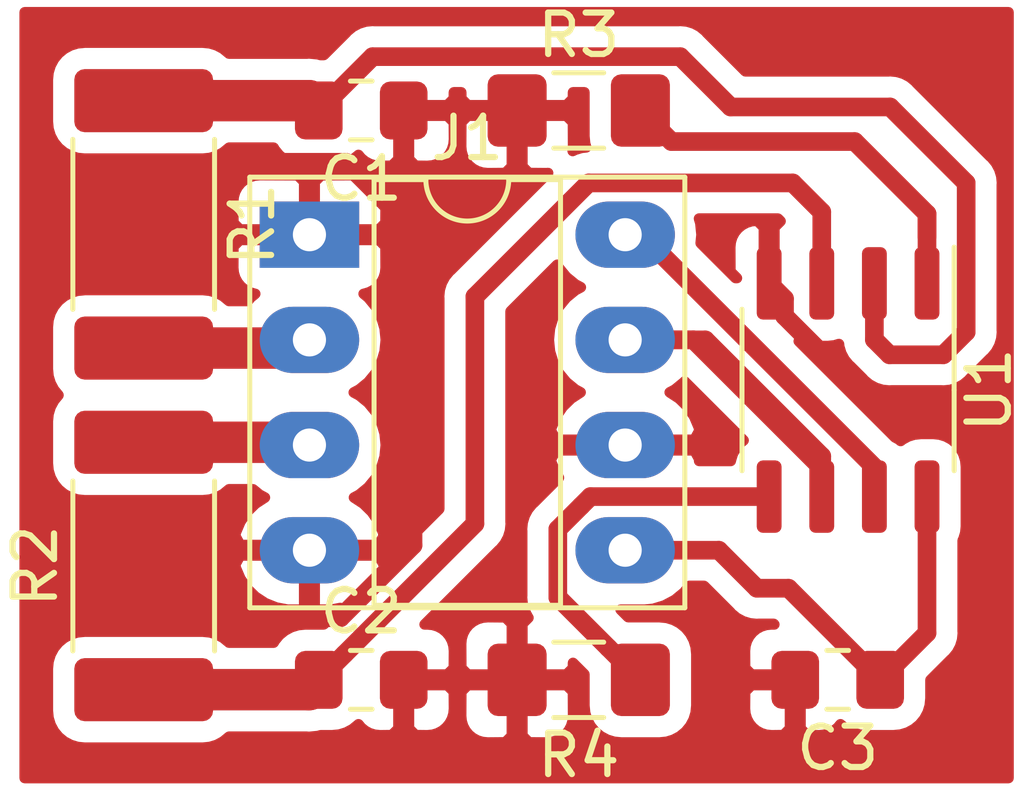
<source format=kicad_pcb>
(kicad_pcb (version 20171130) (host pcbnew "(5.1.9)-1")

  (general
    (thickness 1.6)
    (drawings 0)
    (tracks 60)
    (zones 0)
    (modules 9)
    (nets 11)
  )

  (page A4)
  (layers
    (0 F.Cu signal)
    (31 B.Cu signal)
    (32 B.Adhes user)
    (33 F.Adhes user)
    (34 B.Paste user)
    (35 F.Paste user)
    (36 B.SilkS user)
    (37 F.SilkS user)
    (38 B.Mask user)
    (39 F.Mask user)
    (40 Dwgs.User user)
    (41 Cmts.User user)
    (42 Eco1.User user)
    (43 Eco2.User user)
    (44 Edge.Cuts user)
    (45 Margin user)
    (46 B.CrtYd user)
    (47 F.CrtYd user)
    (48 B.Fab user)
    (49 F.Fab user)
  )

  (setup
    (last_trace_width 0.25)
    (user_trace_width 0.3)
    (user_trace_width 0.35)
    (user_trace_width 0.4)
    (user_trace_width 0.45)
    (user_trace_width 0.5)
    (user_trace_width 0.55)
    (user_trace_width 0.6)
    (user_trace_width 0.65)
    (user_trace_width 0.7)
    (user_trace_width 0.75)
    (user_trace_width 0.8)
    (user_trace_width 0.85)
    (user_trace_width 0.9)
    (user_trace_width 0.95)
    (user_trace_width 1)
    (trace_clearance 0.2)
    (zone_clearance 0.508)
    (zone_45_only no)
    (trace_min 0.2)
    (via_size 0.8)
    (via_drill 0.4)
    (via_min_size 0.4)
    (via_min_drill 0.3)
    (uvia_size 0.3)
    (uvia_drill 0.1)
    (uvias_allowed no)
    (uvia_min_size 0.2)
    (uvia_min_drill 0.1)
    (edge_width 0.05)
    (segment_width 0.2)
    (pcb_text_width 0.3)
    (pcb_text_size 1.5 1.5)
    (mod_edge_width 0.12)
    (mod_text_size 1 1)
    (mod_text_width 0.15)
    (pad_size 1.524 1.524)
    (pad_drill 0.762)
    (pad_to_mask_clearance 0.051)
    (solder_mask_min_width 0.25)
    (aux_axis_origin 0 0)
    (visible_elements 7FFFFFFF)
    (pcbplotparams
      (layerselection 0x00000_fffffffe)
      (usegerberextensions false)
      (usegerberattributes false)
      (usegerberadvancedattributes false)
      (creategerberjobfile false)
      (excludeedgelayer true)
      (linewidth 0.100000)
      (plotframeref false)
      (viasonmask false)
      (mode 1)
      (useauxorigin false)
      (hpglpennumber 1)
      (hpglpenspeed 20)
      (hpglpendiameter 15.000000)
      (psnegative false)
      (psa4output false)
      (plotreference true)
      (plotvalue true)
      (plotinvisibletext false)
      (padsonsilk false)
      (subtractmaskfromsilk false)
      (outputformat 4)
      (mirror false)
      (drillshape 2)
      (scaleselection 1)
      (outputdirectory ""))
  )

  (net 0 "")
  (net 1 "Net-(C1-Pad2)")
  (net 2 "Net-(C2-Pad1)")
  (net 3 VR1_OUT)
  (net 4 VR2_OUT)
  (net 5 VR2+)
  (net 6 VR1+)
  (net 7 +5V)
  (net 8 VR1-)
  (net 9 "Net-(R3-Pad2)")
  (net 10 "Net-(R4-Pad1)")

  (net_class Default "To jest domyślna klasa połączeń."
    (clearance 0.2)
    (trace_width 0.25)
    (via_dia 0.8)
    (via_drill 0.4)
    (uvia_dia 0.3)
    (uvia_drill 0.1)
    (add_net +5V)
    (add_net "Net-(C1-Pad2)")
    (add_net "Net-(C2-Pad1)")
    (add_net "Net-(R3-Pad2)")
    (add_net "Net-(R4-Pad1)")
    (add_net VR1+)
    (add_net VR1-)
    (add_net VR1_OUT)
    (add_net VR2+)
    (add_net VR2_OUT)
  )

  (module Package_SO:SO-8_3.9x4.9mm_P1.27mm (layer F.Cu) (tedit 5C509AD1) (tstamp 5D1E3C83)
    (at 157.75 93 270)
    (descr "SO, 8 Pin (https://www.nxp.com/docs/en/data-sheet/PCF8523.pdf), generated with kicad-footprint-generator ipc_gullwing_generator.py")
    (tags "SO SO")
    (path /5D19B9BF)
    (attr smd)
    (fp_text reference U1 (at 0 -3.4 270) (layer F.SilkS)
      (effects (font (size 1 1) (thickness 0.15)))
    )
    (fp_text value NCV1124 (at 0 3.4 270) (layer F.Fab)
      (effects (font (size 1 1) (thickness 0.15)))
    )
    (fp_line (start 0 2.56) (end 1.95 2.56) (layer F.SilkS) (width 0.12))
    (fp_line (start 0 2.56) (end -1.95 2.56) (layer F.SilkS) (width 0.12))
    (fp_line (start 0 -2.56) (end 1.95 -2.56) (layer F.SilkS) (width 0.12))
    (fp_line (start 0 -2.56) (end -3.45 -2.56) (layer F.SilkS) (width 0.12))
    (fp_line (start -0.975 -2.45) (end 1.95 -2.45) (layer F.Fab) (width 0.1))
    (fp_line (start 1.95 -2.45) (end 1.95 2.45) (layer F.Fab) (width 0.1))
    (fp_line (start 1.95 2.45) (end -1.95 2.45) (layer F.Fab) (width 0.1))
    (fp_line (start -1.95 2.45) (end -1.95 -1.475) (layer F.Fab) (width 0.1))
    (fp_line (start -1.95 -1.475) (end -0.975 -2.45) (layer F.Fab) (width 0.1))
    (fp_line (start -3.7 -2.7) (end -3.7 2.7) (layer F.CrtYd) (width 0.05))
    (fp_line (start -3.7 2.7) (end 3.7 2.7) (layer F.CrtYd) (width 0.05))
    (fp_line (start 3.7 2.7) (end 3.7 -2.7) (layer F.CrtYd) (width 0.05))
    (fp_line (start 3.7 -2.7) (end -3.7 -2.7) (layer F.CrtYd) (width 0.05))
    (fp_text user %R (at 0 0 270) (layer F.Fab)
      (effects (font (size 0.98 0.98) (thickness 0.15)))
    )
    (pad 8 smd roundrect (at 2.575 -1.905 270) (size 1.75 0.6) (layers F.Cu F.Paste F.Mask) (roundrect_rratio 0.25)
      (net 7 +5V))
    (pad 7 smd roundrect (at 2.575 -0.635 270) (size 1.75 0.6) (layers F.Cu F.Paste F.Mask) (roundrect_rratio 0.25)
      (net 3 VR1_OUT))
    (pad 6 smd roundrect (at 2.575 0.635 270) (size 1.75 0.6) (layers F.Cu F.Paste F.Mask) (roundrect_rratio 0.25)
      (net 4 VR2_OUT))
    (pad 5 smd roundrect (at 2.575 1.905 270) (size 1.75 0.6) (layers F.Cu F.Paste F.Mask) (roundrect_rratio 0.25)
      (net 10 "Net-(R4-Pad1)"))
    (pad 4 smd roundrect (at -2.575 1.905 270) (size 1.75 0.6) (layers F.Cu F.Paste F.Mask) (roundrect_rratio 0.25)
      (net 8 VR1-))
    (pad 3 smd roundrect (at -2.575 0.635 270) (size 1.75 0.6) (layers F.Cu F.Paste F.Mask) (roundrect_rratio 0.25)
      (net 2 "Net-(C2-Pad1)"))
    (pad 2 smd roundrect (at -2.575 -0.635 270) (size 1.75 0.6) (layers F.Cu F.Paste F.Mask) (roundrect_rratio 0.25)
      (net 1 "Net-(C1-Pad2)"))
    (pad 1 smd roundrect (at -2.575 -1.905 270) (size 1.75 0.6) (layers F.Cu F.Paste F.Mask) (roundrect_rratio 0.25)
      (net 9 "Net-(R3-Pad2)"))
    (model ${KISYS3DMOD}/Package_SO.3dshapes/SOIC-8-1EP_3.9x4.9mm_P1.27mm_EP2.35x2.35mm.wrl
      (at (xyz 0 0 0))
      (scale (xyz 1 1 1))
      (rotate (xyz 0 0 0))
    )
  )

  (module Capacitor_SMD:C_0805_2012Metric_Pad1.15x1.40mm_HandSolder (layer F.Cu) (tedit 5B36C52B) (tstamp 5D1E3716)
    (at 157.5 100 180)
    (descr "Capacitor SMD 0805 (2012 Metric), square (rectangular) end terminal, IPC_7351 nominal with elongated pad for handsoldering. (Body size source: https://docs.google.com/spreadsheets/d/1BsfQQcO9C6DZCsRaXUlFlo91Tg2WpOkGARC1WS5S8t0/edit?usp=sharing), generated with kicad-footprint-generator")
    (tags "capacitor handsolder")
    (path /5D1E3AB7)
    (attr smd)
    (fp_text reference C3 (at 0 -1.65 180) (layer F.SilkS)
      (effects (font (size 1 1) (thickness 0.15)))
    )
    (fp_text value 100n (at 0 1.65 180) (layer F.Fab)
      (effects (font (size 1 1) (thickness 0.15)))
    )
    (fp_line (start -1 0.6) (end -1 -0.6) (layer F.Fab) (width 0.1))
    (fp_line (start -1 -0.6) (end 1 -0.6) (layer F.Fab) (width 0.1))
    (fp_line (start 1 -0.6) (end 1 0.6) (layer F.Fab) (width 0.1))
    (fp_line (start 1 0.6) (end -1 0.6) (layer F.Fab) (width 0.1))
    (fp_line (start -0.261252 -0.71) (end 0.261252 -0.71) (layer F.SilkS) (width 0.12))
    (fp_line (start -0.261252 0.71) (end 0.261252 0.71) (layer F.SilkS) (width 0.12))
    (fp_line (start -1.85 0.95) (end -1.85 -0.95) (layer F.CrtYd) (width 0.05))
    (fp_line (start -1.85 -0.95) (end 1.85 -0.95) (layer F.CrtYd) (width 0.05))
    (fp_line (start 1.85 -0.95) (end 1.85 0.95) (layer F.CrtYd) (width 0.05))
    (fp_line (start 1.85 0.95) (end -1.85 0.95) (layer F.CrtYd) (width 0.05))
    (fp_text user %R (at 0 0 180) (layer F.Fab)
      (effects (font (size 0.5 0.5) (thickness 0.08)))
    )
    (pad 2 smd roundrect (at 1.025 0 180) (size 1.15 1.4) (layers F.Cu F.Paste F.Mask) (roundrect_rratio 0.217391)
      (net 8 VR1-))
    (pad 1 smd roundrect (at -1.025 0 180) (size 1.15 1.4) (layers F.Cu F.Paste F.Mask) (roundrect_rratio 0.217391)
      (net 7 +5V))
    (model ${KISYS3DMOD}/Capacitor_SMD.3dshapes/C_0805_2012Metric.wrl
      (at (xyz 0 0 0))
      (scale (xyz 1 1 1))
      (rotate (xyz 0 0 0))
    )
  )

  (module Resistor_SMD:R_1206_3216Metric_Pad1.42x1.75mm_HandSolder (layer F.Cu) (tedit 5B301BBD) (tstamp 5D1A1545)
    (at 151.25 100 180)
    (descr "Resistor SMD 1206 (3216 Metric), square (rectangular) end terminal, IPC_7351 nominal with elongated pad for handsoldering. (Body size source: http://www.tortai-tech.com/upload/download/2011102023233369053.pdf), generated with kicad-footprint-generator")
    (tags "resistor handsolder")
    (path /5D19C74D)
    (attr smd)
    (fp_text reference R4 (at 0 -1.82 180) (layer F.SilkS)
      (effects (font (size 1 1) (thickness 0.15)))
    )
    (fp_text value 100 (at 0 1.82 180) (layer F.Fab)
      (effects (font (size 1 1) (thickness 0.15)))
    )
    (fp_line (start -1.6 0.8) (end -1.6 -0.8) (layer F.Fab) (width 0.1))
    (fp_line (start -1.6 -0.8) (end 1.6 -0.8) (layer F.Fab) (width 0.1))
    (fp_line (start 1.6 -0.8) (end 1.6 0.8) (layer F.Fab) (width 0.1))
    (fp_line (start 1.6 0.8) (end -1.6 0.8) (layer F.Fab) (width 0.1))
    (fp_line (start -0.602064 -0.91) (end 0.602064 -0.91) (layer F.SilkS) (width 0.12))
    (fp_line (start -0.602064 0.91) (end 0.602064 0.91) (layer F.SilkS) (width 0.12))
    (fp_line (start -2.45 1.12) (end -2.45 -1.12) (layer F.CrtYd) (width 0.05))
    (fp_line (start -2.45 -1.12) (end 2.45 -1.12) (layer F.CrtYd) (width 0.05))
    (fp_line (start 2.45 -1.12) (end 2.45 1.12) (layer F.CrtYd) (width 0.05))
    (fp_line (start 2.45 1.12) (end -2.45 1.12) (layer F.CrtYd) (width 0.05))
    (fp_text user %R (at 0 0 180) (layer F.Fab)
      (effects (font (size 0.8 0.8) (thickness 0.12)))
    )
    (pad 2 smd roundrect (at 1.4875 0 180) (size 1.425 1.75) (layers F.Cu F.Paste F.Mask) (roundrect_rratio 0.175439)
      (net 8 VR1-))
    (pad 1 smd roundrect (at -1.4875 0 180) (size 1.425 1.75) (layers F.Cu F.Paste F.Mask) (roundrect_rratio 0.175439)
      (net 10 "Net-(R4-Pad1)"))
    (model ${KISYS3DMOD}/Resistor_SMD.3dshapes/R_1206_3216Metric.wrl
      (at (xyz 0 0 0))
      (scale (xyz 1 1 1))
      (rotate (xyz 0 0 0))
    )
  )

  (module Resistor_SMD:R_1206_3216Metric_Pad1.42x1.75mm_HandSolder (layer F.Cu) (tedit 5B301BBD) (tstamp 5D1A1534)
    (at 151.25 86.25)
    (descr "Resistor SMD 1206 (3216 Metric), square (rectangular) end terminal, IPC_7351 nominal with elongated pad for handsoldering. (Body size source: http://www.tortai-tech.com/upload/download/2011102023233369053.pdf), generated with kicad-footprint-generator")
    (tags "resistor handsolder")
    (path /5D19D0D9)
    (attr smd)
    (fp_text reference R3 (at 0 -1.82) (layer F.SilkS)
      (effects (font (size 1 1) (thickness 0.15)))
    )
    (fp_text value 24k (at 0 1.82) (layer F.Fab)
      (effects (font (size 1 1) (thickness 0.15)))
    )
    (fp_line (start -1.6 0.8) (end -1.6 -0.8) (layer F.Fab) (width 0.1))
    (fp_line (start -1.6 -0.8) (end 1.6 -0.8) (layer F.Fab) (width 0.1))
    (fp_line (start 1.6 -0.8) (end 1.6 0.8) (layer F.Fab) (width 0.1))
    (fp_line (start 1.6 0.8) (end -1.6 0.8) (layer F.Fab) (width 0.1))
    (fp_line (start -0.602064 -0.91) (end 0.602064 -0.91) (layer F.SilkS) (width 0.12))
    (fp_line (start -0.602064 0.91) (end 0.602064 0.91) (layer F.SilkS) (width 0.12))
    (fp_line (start -2.45 1.12) (end -2.45 -1.12) (layer F.CrtYd) (width 0.05))
    (fp_line (start -2.45 -1.12) (end 2.45 -1.12) (layer F.CrtYd) (width 0.05))
    (fp_line (start 2.45 -1.12) (end 2.45 1.12) (layer F.CrtYd) (width 0.05))
    (fp_line (start 2.45 1.12) (end -2.45 1.12) (layer F.CrtYd) (width 0.05))
    (fp_text user %R (at 0 0) (layer F.Fab)
      (effects (font (size 0.8 0.8) (thickness 0.12)))
    )
    (pad 2 smd roundrect (at 1.4875 0) (size 1.425 1.75) (layers F.Cu F.Paste F.Mask) (roundrect_rratio 0.175439)
      (net 9 "Net-(R3-Pad2)"))
    (pad 1 smd roundrect (at -1.4875 0) (size 1.425 1.75) (layers F.Cu F.Paste F.Mask) (roundrect_rratio 0.175439)
      (net 8 VR1-))
    (model ${KISYS3DMOD}/Resistor_SMD.3dshapes/R_1206_3216Metric.wrl
      (at (xyz 0 0 0))
      (scale (xyz 1 1 1))
      (rotate (xyz 0 0 0))
    )
  )

  (module Resistor_SMD:R_2512_6332Metric_Pad1.52x3.35mm_HandSolder (layer F.Cu) (tedit 5B301BBD) (tstamp 5D1A1523)
    (at 140.75 97.25 90)
    (descr "Resistor SMD 2512 (6332 Metric), square (rectangular) end terminal, IPC_7351 nominal with elongated pad for handsoldering. (Body size source: http://www.tortai-tech.com/upload/download/2011102023233369053.pdf), generated with kicad-footprint-generator")
    (tags "resistor handsolder")
    (path /5D19FFDA)
    (attr smd)
    (fp_text reference R2 (at 0 -2.62 90) (layer F.SilkS)
      (effects (font (size 1 1) (thickness 0.15)))
    )
    (fp_text value 22k (at 0 2.62 90) (layer F.Fab)
      (effects (font (size 1 1) (thickness 0.15)))
    )
    (fp_line (start -3.15 1.6) (end -3.15 -1.6) (layer F.Fab) (width 0.1))
    (fp_line (start -3.15 -1.6) (end 3.15 -1.6) (layer F.Fab) (width 0.1))
    (fp_line (start 3.15 -1.6) (end 3.15 1.6) (layer F.Fab) (width 0.1))
    (fp_line (start 3.15 1.6) (end -3.15 1.6) (layer F.Fab) (width 0.1))
    (fp_line (start -2.052064 -1.71) (end 2.052064 -1.71) (layer F.SilkS) (width 0.12))
    (fp_line (start -2.052064 1.71) (end 2.052064 1.71) (layer F.SilkS) (width 0.12))
    (fp_line (start -4 1.92) (end -4 -1.92) (layer F.CrtYd) (width 0.05))
    (fp_line (start -4 -1.92) (end 4 -1.92) (layer F.CrtYd) (width 0.05))
    (fp_line (start 4 -1.92) (end 4 1.92) (layer F.CrtYd) (width 0.05))
    (fp_line (start 4 1.92) (end -4 1.92) (layer F.CrtYd) (width 0.05))
    (fp_text user %R (at 0 0 90) (layer F.Fab)
      (effects (font (size 1 1) (thickness 0.15)))
    )
    (pad 2 smd roundrect (at 2.9875 0 90) (size 1.525 3.35) (layers F.Cu F.Paste F.Mask) (roundrect_rratio 0.163934)
      (net 5 VR2+))
    (pad 1 smd roundrect (at -2.9875 0 90) (size 1.525 3.35) (layers F.Cu F.Paste F.Mask) (roundrect_rratio 0.163934)
      (net 2 "Net-(C2-Pad1)"))
    (model ${KISYS3DMOD}/Resistor_SMD.3dshapes/R_2512_6332Metric.wrl
      (at (xyz 0 0 0))
      (scale (xyz 1 1 1))
      (rotate (xyz 0 0 0))
    )
  )

  (module Resistor_SMD:R_2512_6332Metric_Pad1.52x3.35mm_HandSolder (layer F.Cu) (tedit 5B301BBD) (tstamp 5D1A1512)
    (at 140.75 89 270)
    (descr "Resistor SMD 2512 (6332 Metric), square (rectangular) end terminal, IPC_7351 nominal with elongated pad for handsoldering. (Body size source: http://www.tortai-tech.com/upload/download/2011102023233369053.pdf), generated with kicad-footprint-generator")
    (tags "resistor handsolder")
    (path /5D19FAB9)
    (attr smd)
    (fp_text reference R1 (at 0 -2.62 270) (layer F.SilkS)
      (effects (font (size 1 1) (thickness 0.15)))
    )
    (fp_text value 22k (at 0 2.62 270) (layer F.Fab)
      (effects (font (size 1 1) (thickness 0.15)))
    )
    (fp_line (start -3.15 1.6) (end -3.15 -1.6) (layer F.Fab) (width 0.1))
    (fp_line (start -3.15 -1.6) (end 3.15 -1.6) (layer F.Fab) (width 0.1))
    (fp_line (start 3.15 -1.6) (end 3.15 1.6) (layer F.Fab) (width 0.1))
    (fp_line (start 3.15 1.6) (end -3.15 1.6) (layer F.Fab) (width 0.1))
    (fp_line (start -2.052064 -1.71) (end 2.052064 -1.71) (layer F.SilkS) (width 0.12))
    (fp_line (start -2.052064 1.71) (end 2.052064 1.71) (layer F.SilkS) (width 0.12))
    (fp_line (start -4 1.92) (end -4 -1.92) (layer F.CrtYd) (width 0.05))
    (fp_line (start -4 -1.92) (end 4 -1.92) (layer F.CrtYd) (width 0.05))
    (fp_line (start 4 -1.92) (end 4 1.92) (layer F.CrtYd) (width 0.05))
    (fp_line (start 4 1.92) (end -4 1.92) (layer F.CrtYd) (width 0.05))
    (fp_text user %R (at 0 0 270) (layer F.Fab)
      (effects (font (size 1 1) (thickness 0.15)))
    )
    (pad 2 smd roundrect (at 2.9875 0 270) (size 1.525 3.35) (layers F.Cu F.Paste F.Mask) (roundrect_rratio 0.163934)
      (net 6 VR1+))
    (pad 1 smd roundrect (at -2.9875 0 270) (size 1.525 3.35) (layers F.Cu F.Paste F.Mask) (roundrect_rratio 0.163934)
      (net 1 "Net-(C1-Pad2)"))
    (model ${KISYS3DMOD}/Resistor_SMD.3dshapes/R_2512_6332Metric.wrl
      (at (xyz 0 0 0))
      (scale (xyz 1 1 1))
      (rotate (xyz 0 0 0))
    )
  )

  (module Package_DIP:DIP-8_W7.62mm_Socket_LongPads (layer F.Cu) (tedit 5A02E8C5) (tstamp 5D1A1501)
    (at 144.75 89.25)
    (descr "8-lead though-hole mounted DIP package, row spacing 7.62 mm (300 mils), Socket, LongPads")
    (tags "THT DIP DIL PDIP 2.54mm 7.62mm 300mil Socket LongPads")
    (path /5D1A1BFC)
    (fp_text reference J1 (at 3.81 -2.33) (layer F.SilkS)
      (effects (font (size 1 1) (thickness 0.15)))
    )
    (fp_text value DIP8 (at 3.81 9.95) (layer F.Fab)
      (effects (font (size 1 1) (thickness 0.15)))
    )
    (fp_line (start 1.635 -1.27) (end 6.985 -1.27) (layer F.Fab) (width 0.1))
    (fp_line (start 6.985 -1.27) (end 6.985 8.89) (layer F.Fab) (width 0.1))
    (fp_line (start 6.985 8.89) (end 0.635 8.89) (layer F.Fab) (width 0.1))
    (fp_line (start 0.635 8.89) (end 0.635 -0.27) (layer F.Fab) (width 0.1))
    (fp_line (start 0.635 -0.27) (end 1.635 -1.27) (layer F.Fab) (width 0.1))
    (fp_line (start -1.27 -1.33) (end -1.27 8.95) (layer F.Fab) (width 0.1))
    (fp_line (start -1.27 8.95) (end 8.89 8.95) (layer F.Fab) (width 0.1))
    (fp_line (start 8.89 8.95) (end 8.89 -1.33) (layer F.Fab) (width 0.1))
    (fp_line (start 8.89 -1.33) (end -1.27 -1.33) (layer F.Fab) (width 0.1))
    (fp_line (start 2.81 -1.33) (end 1.56 -1.33) (layer F.SilkS) (width 0.12))
    (fp_line (start 1.56 -1.33) (end 1.56 8.95) (layer F.SilkS) (width 0.12))
    (fp_line (start 1.56 8.95) (end 6.06 8.95) (layer F.SilkS) (width 0.12))
    (fp_line (start 6.06 8.95) (end 6.06 -1.33) (layer F.SilkS) (width 0.12))
    (fp_line (start 6.06 -1.33) (end 4.81 -1.33) (layer F.SilkS) (width 0.12))
    (fp_line (start -1.44 -1.39) (end -1.44 9.01) (layer F.SilkS) (width 0.12))
    (fp_line (start -1.44 9.01) (end 9.06 9.01) (layer F.SilkS) (width 0.12))
    (fp_line (start 9.06 9.01) (end 9.06 -1.39) (layer F.SilkS) (width 0.12))
    (fp_line (start 9.06 -1.39) (end -1.44 -1.39) (layer F.SilkS) (width 0.12))
    (fp_line (start -1.55 -1.6) (end -1.55 9.2) (layer F.CrtYd) (width 0.05))
    (fp_line (start -1.55 9.2) (end 9.15 9.2) (layer F.CrtYd) (width 0.05))
    (fp_line (start 9.15 9.2) (end 9.15 -1.6) (layer F.CrtYd) (width 0.05))
    (fp_line (start 9.15 -1.6) (end -1.55 -1.6) (layer F.CrtYd) (width 0.05))
    (fp_text user %R (at 3.81 3.81) (layer F.Fab)
      (effects (font (size 1 1) (thickness 0.15)))
    )
    (fp_arc (start 3.81 -1.33) (end 2.81 -1.33) (angle -180) (layer F.SilkS) (width 0.12))
    (pad 8 thru_hole oval (at 7.62 0) (size 2.4 1.6) (drill 0.8) (layers *.Cu *.Mask)
      (net 3 VR1_OUT))
    (pad 4 thru_hole oval (at 0 7.62) (size 2.4 1.6) (drill 0.8) (layers *.Cu *.Mask)
      (net 8 VR1-))
    (pad 7 thru_hole oval (at 7.62 2.54) (size 2.4 1.6) (drill 0.8) (layers *.Cu *.Mask)
      (net 4 VR2_OUT))
    (pad 3 thru_hole oval (at 0 5.08) (size 2.4 1.6) (drill 0.8) (layers *.Cu *.Mask)
      (net 5 VR2+))
    (pad 6 thru_hole oval (at 7.62 5.08) (size 2.4 1.6) (drill 0.8) (layers *.Cu *.Mask)
      (net 8 VR1-))
    (pad 2 thru_hole oval (at 0 2.54) (size 2.4 1.6) (drill 0.8) (layers *.Cu *.Mask)
      (net 6 VR1+))
    (pad 5 thru_hole oval (at 7.62 7.62) (size 2.4 1.6) (drill 0.8) (layers *.Cu *.Mask)
      (net 7 +5V))
    (pad 1 thru_hole rect (at 0 0) (size 2.4 1.6) (drill 0.8) (layers *.Cu *.Mask)
      (net 8 VR1-))
    (model ${KISYS3DMOD}/Package_DIP.3dshapes/DIP-8_W7.62mm_Socket.wrl
      (offset (xyz 0 0 -2))
      (scale (xyz 1 1 0.4))
      (rotate (xyz 0 0 0))
    )
  )

  (module Capacitor_SMD:C_0805_2012Metric_Pad1.15x1.40mm_HandSolder (layer F.Cu) (tedit 5B36C52B) (tstamp 5D1A14DD)
    (at 146 100)
    (descr "Capacitor SMD 0805 (2012 Metric), square (rectangular) end terminal, IPC_7351 nominal with elongated pad for handsoldering. (Body size source: https://docs.google.com/spreadsheets/d/1BsfQQcO9C6DZCsRaXUlFlo91Tg2WpOkGARC1WS5S8t0/edit?usp=sharing), generated with kicad-footprint-generator")
    (tags "capacitor handsolder")
    (path /5D1A912E)
    (attr smd)
    (fp_text reference C2 (at 0 -1.65) (layer F.SilkS)
      (effects (font (size 1 1) (thickness 0.15)))
    )
    (fp_text value 22n (at 0 1.65) (layer F.Fab)
      (effects (font (size 1 1) (thickness 0.15)))
    )
    (fp_line (start -1 0.6) (end -1 -0.6) (layer F.Fab) (width 0.1))
    (fp_line (start -1 -0.6) (end 1 -0.6) (layer F.Fab) (width 0.1))
    (fp_line (start 1 -0.6) (end 1 0.6) (layer F.Fab) (width 0.1))
    (fp_line (start 1 0.6) (end -1 0.6) (layer F.Fab) (width 0.1))
    (fp_line (start -0.261252 -0.71) (end 0.261252 -0.71) (layer F.SilkS) (width 0.12))
    (fp_line (start -0.261252 0.71) (end 0.261252 0.71) (layer F.SilkS) (width 0.12))
    (fp_line (start -1.85 0.95) (end -1.85 -0.95) (layer F.CrtYd) (width 0.05))
    (fp_line (start -1.85 -0.95) (end 1.85 -0.95) (layer F.CrtYd) (width 0.05))
    (fp_line (start 1.85 -0.95) (end 1.85 0.95) (layer F.CrtYd) (width 0.05))
    (fp_line (start 1.85 0.95) (end -1.85 0.95) (layer F.CrtYd) (width 0.05))
    (fp_text user %R (at 0 0) (layer F.Fab)
      (effects (font (size 0.5 0.5) (thickness 0.08)))
    )
    (pad 2 smd roundrect (at 1.025 0) (size 1.15 1.4) (layers F.Cu F.Paste F.Mask) (roundrect_rratio 0.217391)
      (net 8 VR1-))
    (pad 1 smd roundrect (at -1.025 0) (size 1.15 1.4) (layers F.Cu F.Paste F.Mask) (roundrect_rratio 0.217391)
      (net 2 "Net-(C2-Pad1)"))
    (model ${KISYS3DMOD}/Capacitor_SMD.3dshapes/C_0805_2012Metric.wrl
      (at (xyz 0 0 0))
      (scale (xyz 1 1 1))
      (rotate (xyz 0 0 0))
    )
  )

  (module Capacitor_SMD:C_0805_2012Metric_Pad1.15x1.40mm_HandSolder (layer F.Cu) (tedit 5B36C52B) (tstamp 5D1A14CC)
    (at 146 86.25 180)
    (descr "Capacitor SMD 0805 (2012 Metric), square (rectangular) end terminal, IPC_7351 nominal with elongated pad for handsoldering. (Body size source: https://docs.google.com/spreadsheets/d/1BsfQQcO9C6DZCsRaXUlFlo91Tg2WpOkGARC1WS5S8t0/edit?usp=sharing), generated with kicad-footprint-generator")
    (tags "capacitor handsolder")
    (path /5D1A9678)
    (attr smd)
    (fp_text reference C1 (at 0 -1.65 180) (layer F.SilkS)
      (effects (font (size 1 1) (thickness 0.15)))
    )
    (fp_text value 22n (at 0 1.65 180) (layer F.Fab)
      (effects (font (size 1 1) (thickness 0.15)))
    )
    (fp_line (start -1 0.6) (end -1 -0.6) (layer F.Fab) (width 0.1))
    (fp_line (start -1 -0.6) (end 1 -0.6) (layer F.Fab) (width 0.1))
    (fp_line (start 1 -0.6) (end 1 0.6) (layer F.Fab) (width 0.1))
    (fp_line (start 1 0.6) (end -1 0.6) (layer F.Fab) (width 0.1))
    (fp_line (start -0.261252 -0.71) (end 0.261252 -0.71) (layer F.SilkS) (width 0.12))
    (fp_line (start -0.261252 0.71) (end 0.261252 0.71) (layer F.SilkS) (width 0.12))
    (fp_line (start -1.85 0.95) (end -1.85 -0.95) (layer F.CrtYd) (width 0.05))
    (fp_line (start -1.85 -0.95) (end 1.85 -0.95) (layer F.CrtYd) (width 0.05))
    (fp_line (start 1.85 -0.95) (end 1.85 0.95) (layer F.CrtYd) (width 0.05))
    (fp_line (start 1.85 0.95) (end -1.85 0.95) (layer F.CrtYd) (width 0.05))
    (fp_text user %R (at 0 0 180) (layer F.Fab)
      (effects (font (size 0.5 0.5) (thickness 0.08)))
    )
    (pad 2 smd roundrect (at 1.025 0 180) (size 1.15 1.4) (layers F.Cu F.Paste F.Mask) (roundrect_rratio 0.217391)
      (net 1 "Net-(C1-Pad2)"))
    (pad 1 smd roundrect (at -1.025 0 180) (size 1.15 1.4) (layers F.Cu F.Paste F.Mask) (roundrect_rratio 0.217391)
      (net 8 VR1-))
    (model ${KISYS3DMOD}/Capacitor_SMD.3dshapes/C_0805_2012Metric.wrl
      (at (xyz 0 0 0))
      (scale (xyz 1 1 1))
      (rotate (xyz 0 0 0))
    )
  )

  (segment (start 144.7375 86.0125) (end 144.975 86.25) (width 1) (layer F.Cu) (net 1))
  (segment (start 140.75 86.0125) (end 144.7375 86.0125) (width 1) (layer F.Cu) (net 1))
  (segment (start 146.27501 84.94999) (end 144.975 86.25) (width 0.45) (layer F.Cu) (net 1))
  (segment (start 153.69999 84.94999) (end 146.27501 84.94999) (width 0.45) (layer F.Cu) (net 1))
  (segment (start 154.915374 86.165374) (end 153.69999 84.94999) (width 0.45) (layer F.Cu) (net 1))
  (segment (start 158.385 90.425) (end 158.385 91.785) (width 0.45) (layer F.Cu) (net 1))
  (segment (start 158.385 91.785) (end 158.75 92.15) (width 0.45) (layer F.Cu) (net 1))
  (segment (start 158.765374 86.165374) (end 154.915374 86.165374) (width 0.45) (layer F.Cu) (net 1))
  (segment (start 158.75 92.15) (end 160.05 92.15) (width 0.45) (layer F.Cu) (net 1))
  (segment (start 160.05 92.15) (end 160.6 91.6) (width 0.45) (layer F.Cu) (net 1))
  (segment (start 160.6 91.6) (end 160.6 88) (width 0.45) (layer F.Cu) (net 1))
  (segment (start 160.6 88) (end 158.765374 86.165374) (width 0.45) (layer F.Cu) (net 1))
  (segment (start 144.7375 100.2375) (end 144.975 100) (width 1) (layer F.Cu) (net 2))
  (segment (start 140.75 100.2375) (end 144.7375 100.2375) (width 1) (layer F.Cu) (net 2))
  (segment (start 145.598372 99.376628) (end 144.975 100) (width 0.45) (layer F.Cu) (net 2))
  (segment (start 157.115 90.425) (end 157.115 88.7) (width 0.45) (layer F.Cu) (net 2))
  (segment (start 157.115 88.7) (end 156.414999 87.999999) (width 0.45) (layer F.Cu) (net 2))
  (segment (start 156.414999 87.999999) (end 151.487576 87.999999) (width 0.45) (layer F.Cu) (net 2))
  (segment (start 151.487576 87.999999) (end 148.743788 90.743788) (width 0.45) (layer F.Cu) (net 2))
  (segment (start 148.743788 90.743788) (end 148.743788 96.231212) (width 0.45) (layer F.Cu) (net 2))
  (segment (start 148.743788 96.231212) (end 145.598372 99.376628) (width 0.45) (layer F.Cu) (net 2))
  (segment (start 158.385 94.865) (end 152.77 89.25) (width 0.45) (layer F.Cu) (net 3))
  (segment (start 152.77 89.25) (end 152.37 89.25) (width 0.45) (layer F.Cu) (net 3))
  (segment (start 157.115 94.885) (end 157.115 95.375) (width 0.45) (layer F.Cu) (net 4))
  (segment (start 154.02 91.79) (end 157.115 94.885) (width 0.45) (layer F.Cu) (net 4))
  (segment (start 152.37 91.79) (end 154.02 91.79) (width 0.45) (layer F.Cu) (net 4))
  (segment (start 157.115 94.6) (end 157.115 95.575) (width 0.45) (layer F.Cu) (net 4))
  (segment (start 154.305 91.79) (end 157.115 94.6) (width 0.45) (layer F.Cu) (net 4))
  (segment (start 152.37 91.79) (end 154.305 91.79) (width 0.45) (layer F.Cu) (net 4))
  (segment (start 144.6825 94.2625) (end 144.75 94.33) (width 1) (layer F.Cu) (net 5))
  (segment (start 140.75 94.2625) (end 144.6825 94.2625) (width 1) (layer F.Cu) (net 5))
  (segment (start 144.5525 91.9875) (end 144.75 91.79) (width 1) (layer F.Cu) (net 6))
  (segment (start 140.75 91.9875) (end 144.5525 91.9875) (width 1) (layer F.Cu) (net 6))
  (segment (start 159.655 98.87) (end 158.525 100) (width 0.45) (layer F.Cu) (net 7))
  (segment (start 159.655 95.575) (end 159.655 98.87) (width 0.45) (layer F.Cu) (net 7))
  (segment (start 155.5475 97.7875) (end 154.63 96.87) (width 0.45) (layer F.Cu) (net 7))
  (segment (start 156.3125 97.7875) (end 155.5475 97.7875) (width 0.45) (layer F.Cu) (net 7))
  (segment (start 152.37 96.87) (end 154.63 96.87) (width 0.45) (layer F.Cu) (net 7))
  (segment (start 156.3125 97.7875) (end 158.525 100) (width 0.45) (layer F.Cu) (net 7))
  (segment (start 147.025 100) (end 147.025 101.475) (width 0.45) (layer F.Cu) (net 8))
  (segment (start 145.626136 87.5) (end 143 87.5) (width 0.45) (layer F.Cu) (net 8))
  (segment (start 147.25 89.123864) (end 145.626136 87.5) (width 0.45) (layer F.Cu) (net 8))
  (segment (start 147.25 96.75) (end 147.25 89.123864) (width 0.45) (layer F.Cu) (net 8))
  (segment (start 145.5 98.5) (end 147.25 96.75) (width 0.45) (layer F.Cu) (net 8))
  (segment (start 142.25 98.5) (end 145.5 98.5) (width 0.45) (layer F.Cu) (net 8))
  (segment (start 141.5 97.75) (end 142.25 98.5) (width 0.45) (layer F.Cu) (net 8))
  (segment (start 156.21571 91.2139) (end 157.90181 92.9) (width 0.45) (layer F.Cu) (net 8))
  (segment (start 155.845 90.425) (end 156.21571 90.79571) (width 0.45) (layer F.Cu) (net 8))
  (segment (start 156.21571 90.79571) (end 156.21571 91.2139) (width 0.45) (layer F.Cu) (net 8))
  (segment (start 159.655 88.745) (end 159.655 89.3) (width 0.45) (layer F.Cu) (net 9))
  (segment (start 157.91 87) (end 159.655 88.745) (width 0.45) (layer F.Cu) (net 9))
  (segment (start 153.4875 87) (end 157.91 87) (width 0.45) (layer F.Cu) (net 9))
  (segment (start 152.7375 86.25) (end 153.4875 87) (width 0.45) (layer F.Cu) (net 9))
  (segment (start 159.655 88.745) (end 159.655 90.425) (width 0.45) (layer F.Cu) (net 9))
  (segment (start 151.966153 99.228653) (end 152.7375 100) (width 0.45) (layer F.Cu) (net 10))
  (segment (start 150.74499 98.00749) (end 151.966153 99.228653) (width 0.45) (layer F.Cu) (net 10))
  (segment (start 150.74499 96.362585) (end 150.74499 98.00749) (width 0.45) (layer F.Cu) (net 10))
  (segment (start 151.532574 95.575) (end 151.303787 95.803787) (width 0.45) (layer F.Cu) (net 10))
  (segment (start 155.845 95.575) (end 151.532574 95.575) (width 0.45) (layer F.Cu) (net 10))
  (segment (start 151.303787 95.803787) (end 150.74499 96.362585) (width 0.45) (layer F.Cu) (net 10))

  (zone (net 8) (net_name VR1-) (layer F.Cu) (tstamp 5D231BC5) (hatch edge 0.508)
    (connect_pads (clearance 0.508))
    (min_thickness 0.254)
    (fill yes (arc_segments 32) (thermal_gap 0.508) (thermal_bridge_width 0.508))
    (polygon
      (pts
        (xy 137.75 83.75) (xy 161.75 83.75) (xy 161.75 102.5) (xy 137.75 102.5)
      )
    )
    (filled_polygon
      (pts
        (xy 161.623 102.373) (xy 137.877 102.373) (xy 137.877 97.219039) (xy 142.958096 97.219039) (xy 142.975633 97.301818)
        (xy 143.086285 97.561646) (xy 143.2455 97.794895) (xy 143.447161 97.992601) (xy 143.683517 98.147166) (xy 143.945486 98.25265)
        (xy 144.223 98.305) (xy 144.623 98.305) (xy 144.623 96.997) (xy 143.080085 96.997) (xy 142.958096 97.219039)
        (xy 137.877 97.219039) (xy 137.877 91.474999) (xy 138.436928 91.474999) (xy 138.436928 92.500001) (xy 138.453992 92.673255)
        (xy 138.504528 92.839851) (xy 138.586595 92.993387) (xy 138.694607 93.125) (xy 138.586595 93.256613) (xy 138.504528 93.410149)
        (xy 138.453992 93.576745) (xy 138.436928 93.749999) (xy 138.436928 94.775001) (xy 138.453992 94.948255) (xy 138.504528 95.114851)
        (xy 138.586595 95.268387) (xy 138.697038 95.402962) (xy 138.831613 95.513405) (xy 138.985149 95.595472) (xy 139.151745 95.646008)
        (xy 139.324999 95.663072) (xy 142.175001 95.663072) (xy 142.348255 95.646008) (xy 142.514851 95.595472) (xy 142.668387 95.513405)
        (xy 142.802962 95.402962) (xy 142.807445 95.3975) (xy 143.388749 95.3975) (xy 143.548899 95.528932) (xy 143.676741 95.597265)
        (xy 143.447161 95.747399) (xy 143.2455 95.945105) (xy 143.086285 96.178354) (xy 142.975633 96.438182) (xy 142.958096 96.520961)
        (xy 143.080085 96.743) (xy 144.623 96.743) (xy 144.623 96.723) (xy 144.877 96.723) (xy 144.877 96.743)
        (xy 146.419915 96.743) (xy 146.541904 96.520961) (xy 146.524367 96.438182) (xy 146.413715 96.178354) (xy 146.2545 95.945105)
        (xy 146.052839 95.747399) (xy 145.823259 95.597265) (xy 145.951101 95.528932) (xy 146.169608 95.349608) (xy 146.348932 95.131101)
        (xy 146.482182 94.881808) (xy 146.564236 94.611309) (xy 146.591943 94.33) (xy 146.564236 94.048691) (xy 146.482182 93.778192)
        (xy 146.348932 93.528899) (xy 146.169608 93.310392) (xy 145.951101 93.131068) (xy 145.818142 93.06) (xy 145.951101 92.988932)
        (xy 146.169608 92.809608) (xy 146.348932 92.591101) (xy 146.482182 92.341808) (xy 146.564236 92.071309) (xy 146.591943 91.79)
        (xy 146.564236 91.508691) (xy 146.482182 91.238192) (xy 146.348932 90.988899) (xy 146.169608 90.770392) (xy 146.056518 90.677581)
        (xy 146.074482 90.675812) (xy 146.19418 90.639502) (xy 146.304494 90.580537) (xy 146.401185 90.501185) (xy 146.480537 90.404494)
        (xy 146.539502 90.29418) (xy 146.575812 90.174482) (xy 146.588072 90.05) (xy 146.585 89.53575) (xy 146.42625 89.377)
        (xy 144.877 89.377) (xy 144.877 89.397) (xy 144.623 89.397) (xy 144.623 89.377) (xy 143.07375 89.377)
        (xy 142.915 89.53575) (xy 142.911928 90.05) (xy 142.924188 90.174482) (xy 142.960498 90.29418) (xy 143.019463 90.404494)
        (xy 143.098815 90.501185) (xy 143.195506 90.580537) (xy 143.30582 90.639502) (xy 143.425518 90.675812) (xy 143.443482 90.677581)
        (xy 143.330392 90.770392) (xy 143.263008 90.8525) (xy 142.807445 90.8525) (xy 142.802962 90.847038) (xy 142.668387 90.736595)
        (xy 142.514851 90.654528) (xy 142.348255 90.603992) (xy 142.175001 90.586928) (xy 139.324999 90.586928) (xy 139.151745 90.603992)
        (xy 138.985149 90.654528) (xy 138.831613 90.736595) (xy 138.697038 90.847038) (xy 138.586595 90.981613) (xy 138.504528 91.135149)
        (xy 138.453992 91.301745) (xy 138.436928 91.474999) (xy 137.877 91.474999) (xy 137.877 88.45) (xy 142.911928 88.45)
        (xy 142.915 88.96425) (xy 143.07375 89.123) (xy 144.623 89.123) (xy 144.623 87.97375) (xy 144.877 87.97375)
        (xy 144.877 89.123) (xy 146.42625 89.123) (xy 146.585 88.96425) (xy 146.588072 88.45) (xy 146.575812 88.325518)
        (xy 146.539502 88.20582) (xy 146.480537 88.095506) (xy 146.401185 87.998815) (xy 146.304494 87.919463) (xy 146.19418 87.860498)
        (xy 146.074482 87.824188) (xy 145.95 87.811928) (xy 145.03575 87.815) (xy 144.877 87.97375) (xy 144.623 87.97375)
        (xy 144.46425 87.815) (xy 143.55 87.811928) (xy 143.425518 87.824188) (xy 143.30582 87.860498) (xy 143.195506 87.919463)
        (xy 143.098815 87.998815) (xy 143.019463 88.095506) (xy 142.960498 88.20582) (xy 142.924188 88.325518) (xy 142.911928 88.45)
        (xy 137.877 88.45) (xy 137.877 85.499999) (xy 138.436928 85.499999) (xy 138.436928 86.525001) (xy 138.453992 86.698255)
        (xy 138.504528 86.864851) (xy 138.586595 87.018387) (xy 138.697038 87.152962) (xy 138.831613 87.263405) (xy 138.985149 87.345472)
        (xy 139.151745 87.396008) (xy 139.324999 87.413072) (xy 142.175001 87.413072) (xy 142.348255 87.396008) (xy 142.514851 87.345472)
        (xy 142.668387 87.263405) (xy 142.802962 87.152962) (xy 142.807445 87.1475) (xy 143.887068 87.1475) (xy 143.911595 87.193387)
        (xy 144.022038 87.327962) (xy 144.156613 87.438405) (xy 144.310149 87.520472) (xy 144.476745 87.571008) (xy 144.649999 87.588072)
        (xy 145.300001 87.588072) (xy 145.473255 87.571008) (xy 145.639851 87.520472) (xy 145.793387 87.438405) (xy 145.927962 87.327962)
        (xy 145.933342 87.321406) (xy 145.998815 87.401185) (xy 146.095506 87.480537) (xy 146.20582 87.539502) (xy 146.325518 87.575812)
        (xy 146.45 87.588072) (xy 146.73925 87.585) (xy 146.898 87.42625) (xy 146.898 86.377) (xy 147.152 86.377)
        (xy 147.152 87.42625) (xy 147.31075 87.585) (xy 147.6 87.588072) (xy 147.724482 87.575812) (xy 147.84418 87.539502)
        (xy 147.954494 87.480537) (xy 148.051185 87.401185) (xy 148.130537 87.304494) (xy 148.189502 87.19418) (xy 148.210487 87.125)
        (xy 148.411928 87.125) (xy 148.424188 87.249482) (xy 148.460498 87.36918) (xy 148.519463 87.479494) (xy 148.598815 87.576185)
        (xy 148.695506 87.655537) (xy 148.80582 87.714502) (xy 148.925518 87.750812) (xy 149.05 87.763072) (xy 149.47675 87.76)
        (xy 149.6355 87.60125) (xy 149.6355 86.377) (xy 148.57375 86.377) (xy 148.415 86.53575) (xy 148.411928 87.125)
        (xy 148.210487 87.125) (xy 148.225812 87.074482) (xy 148.238072 86.95) (xy 148.235 86.53575) (xy 148.07625 86.377)
        (xy 147.152 86.377) (xy 146.898 86.377) (xy 146.878 86.377) (xy 146.878 86.123) (xy 146.898 86.123)
        (xy 146.898 86.103) (xy 147.152 86.103) (xy 147.152 86.123) (xy 148.07625 86.123) (xy 148.235 85.96425)
        (xy 148.236144 85.80999) (xy 148.414196 85.80999) (xy 148.415 85.96425) (xy 148.57375 86.123) (xy 149.6355 86.123)
        (xy 149.6355 86.103) (xy 149.8895 86.103) (xy 149.8895 86.123) (xy 150.95125 86.123) (xy 151.11 85.96425)
        (xy 151.110804 85.80999) (xy 151.386928 85.80999) (xy 151.386928 86.875) (xy 151.403992 87.048254) (xy 151.432214 87.141291)
        (xy 151.336134 87.150754) (xy 151.318986 87.152443) (xy 151.269811 87.16736) (xy 151.156876 87.201618) (xy 151.102673 87.23059)
        (xy 151.113072 87.125) (xy 151.11 86.53575) (xy 150.95125 86.377) (xy 149.8895 86.377) (xy 149.8895 87.60125)
        (xy 150.04825 87.76) (xy 150.475 87.763072) (xy 150.511915 87.759436) (xy 148.165553 90.1058) (xy 148.132734 90.132734)
        (xy 148.025264 90.263687) (xy 147.945407 90.413089) (xy 147.928979 90.467246) (xy 147.90327 90.552) (xy 147.896232 90.5752)
        (xy 147.883788 90.701543) (xy 147.883788 90.701549) (xy 147.879628 90.743788) (xy 147.883788 90.786027) (xy 147.883789 95.874987)
        (xy 146.541136 97.217641) (xy 146.419915 96.997) (xy 144.877 96.997) (xy 144.877 98.305) (xy 145.277 98.305)
        (xy 145.494877 98.2639) (xy 145.096849 98.661928) (xy 144.649999 98.661928) (xy 144.476745 98.678992) (xy 144.310149 98.729528)
        (xy 144.156613 98.811595) (xy 144.022038 98.922038) (xy 143.911595 99.056613) (xy 143.887068 99.1025) (xy 142.807445 99.1025)
        (xy 142.802962 99.097038) (xy 142.668387 98.986595) (xy 142.514851 98.904528) (xy 142.348255 98.853992) (xy 142.175001 98.836928)
        (xy 139.324999 98.836928) (xy 139.151745 98.853992) (xy 138.985149 98.904528) (xy 138.831613 98.986595) (xy 138.697038 99.097038)
        (xy 138.586595 99.231613) (xy 138.504528 99.385149) (xy 138.453992 99.551745) (xy 138.436928 99.724999) (xy 138.436928 100.750001)
        (xy 138.453992 100.923255) (xy 138.504528 101.089851) (xy 138.586595 101.243387) (xy 138.697038 101.377962) (xy 138.831613 101.488405)
        (xy 138.985149 101.570472) (xy 139.151745 101.621008) (xy 139.324999 101.638072) (xy 142.175001 101.638072) (xy 142.348255 101.621008)
        (xy 142.514851 101.570472) (xy 142.668387 101.488405) (xy 142.802962 101.377962) (xy 142.807445 101.3725) (xy 144.681749 101.3725)
        (xy 144.7375 101.377991) (xy 144.793251 101.3725) (xy 144.793252 101.3725) (xy 144.959999 101.356077) (xy 145.019353 101.338072)
        (xy 145.300001 101.338072) (xy 145.473255 101.321008) (xy 145.639851 101.270472) (xy 145.793387 101.188405) (xy 145.927962 101.077962)
        (xy 145.933342 101.071406) (xy 145.998815 101.151185) (xy 146.095506 101.230537) (xy 146.20582 101.289502) (xy 146.325518 101.325812)
        (xy 146.45 101.338072) (xy 146.73925 101.335) (xy 146.898 101.17625) (xy 146.898 100.127) (xy 147.152 100.127)
        (xy 147.152 101.17625) (xy 147.31075 101.335) (xy 147.6 101.338072) (xy 147.724482 101.325812) (xy 147.84418 101.289502)
        (xy 147.954494 101.230537) (xy 148.051185 101.151185) (xy 148.130537 101.054494) (xy 148.189502 100.94418) (xy 148.210487 100.875)
        (xy 148.411928 100.875) (xy 148.424188 100.999482) (xy 148.460498 101.11918) (xy 148.519463 101.229494) (xy 148.598815 101.326185)
        (xy 148.695506 101.405537) (xy 148.80582 101.464502) (xy 148.925518 101.500812) (xy 149.05 101.513072) (xy 149.47675 101.51)
        (xy 149.6355 101.35125) (xy 149.6355 100.127) (xy 149.8895 100.127) (xy 149.8895 101.35125) (xy 150.04825 101.51)
        (xy 150.475 101.513072) (xy 150.599482 101.500812) (xy 150.71918 101.464502) (xy 150.829494 101.405537) (xy 150.926185 101.326185)
        (xy 151.005537 101.229494) (xy 151.064502 101.11918) (xy 151.100812 100.999482) (xy 151.113072 100.875) (xy 151.11 100.28575)
        (xy 150.95125 100.127) (xy 149.8895 100.127) (xy 149.6355 100.127) (xy 148.57375 100.127) (xy 148.415 100.28575)
        (xy 148.411928 100.875) (xy 148.210487 100.875) (xy 148.225812 100.824482) (xy 148.238072 100.7) (xy 148.235 100.28575)
        (xy 148.07625 100.127) (xy 147.152 100.127) (xy 146.898 100.127) (xy 146.878 100.127) (xy 146.878 99.873)
        (xy 146.898 99.873) (xy 146.898 99.853) (xy 147.152 99.853) (xy 147.152 99.873) (xy 148.07625 99.873)
        (xy 148.235 99.71425) (xy 148.238072 99.3) (xy 148.225812 99.175518) (xy 148.210488 99.125) (xy 148.411928 99.125)
        (xy 148.415 99.71425) (xy 148.57375 99.873) (xy 149.6355 99.873) (xy 149.6355 98.64875) (xy 149.47675 98.49)
        (xy 149.05 98.486928) (xy 148.925518 98.499188) (xy 148.80582 98.535498) (xy 148.695506 98.594463) (xy 148.598815 98.673815)
        (xy 148.519463 98.770506) (xy 148.460498 98.88082) (xy 148.424188 99.000518) (xy 148.411928 99.125) (xy 148.210488 99.125)
        (xy 148.189502 99.05582) (xy 148.130537 98.945506) (xy 148.051185 98.848815) (xy 147.954494 98.769463) (xy 147.84418 98.710498)
        (xy 147.724482 98.674188) (xy 147.6 98.661928) (xy 147.528536 98.662687) (xy 149.322029 96.869195) (xy 149.354842 96.842266)
        (xy 149.462312 96.711314) (xy 149.542169 96.561912) (xy 149.578613 96.441771) (xy 149.591344 96.399802) (xy 149.593946 96.373381)
        (xy 149.603788 96.273458) (xy 149.603788 96.273451) (xy 149.607948 96.231212) (xy 149.603788 96.188973) (xy 149.603788 91.100011)
        (xy 150.729837 89.973962) (xy 150.771068 90.051101) (xy 150.950392 90.269608) (xy 151.168899 90.448932) (xy 151.301858 90.52)
        (xy 151.168899 90.591068) (xy 150.950392 90.770392) (xy 150.771068 90.988899) (xy 150.637818 91.238192) (xy 150.555764 91.508691)
        (xy 150.528057 91.79) (xy 150.555764 92.071309) (xy 150.637818 92.341808) (xy 150.771068 92.591101) (xy 150.950392 92.809608)
        (xy 151.168899 92.988932) (xy 151.296741 93.057265) (xy 151.067161 93.207399) (xy 150.8655 93.405105) (xy 150.706285 93.638354)
        (xy 150.595633 93.898182) (xy 150.578096 93.980961) (xy 150.700085 94.203) (xy 152.243 94.203) (xy 152.243 94.183)
        (xy 152.497 94.183) (xy 152.497 94.203) (xy 154.039915 94.203) (xy 154.161904 93.980961) (xy 154.144367 93.898182)
        (xy 154.033715 93.638354) (xy 153.8745 93.405105) (xy 153.672839 93.207399) (xy 153.443259 93.057265) (xy 153.571101 92.988932)
        (xy 153.789608 92.809608) (xy 153.804833 92.791056) (xy 155.230449 94.216672) (xy 155.137749 94.292749) (xy 155.039742 94.412171)
        (xy 154.966916 94.548418) (xy 154.922071 94.696255) (xy 154.920225 94.715) (xy 154.154286 94.715) (xy 154.161904 94.679039)
        (xy 154.039915 94.457) (xy 152.497 94.457) (xy 152.497 94.477) (xy 152.243 94.477) (xy 152.243 94.457)
        (xy 150.700085 94.457) (xy 150.578096 94.679039) (xy 150.595633 94.761818) (xy 150.706285 95.021646) (xy 150.772581 95.11877)
        (xy 150.665803 95.225548) (xy 150.665798 95.225554) (xy 150.16676 95.724593) (xy 150.133936 95.751531) (xy 150.026466 95.882484)
        (xy 149.971107 95.986054) (xy 149.946609 96.031886) (xy 149.903688 96.173381) (xy 149.897434 96.193997) (xy 149.88499 96.32034)
        (xy 149.88499 96.320346) (xy 149.88083 96.362585) (xy 149.88499 96.404824) (xy 149.884991 97.965242) (xy 149.88083 98.00749)
        (xy 149.897434 98.176079) (xy 149.94661 98.33819) (xy 150.026467 98.487592) (xy 150.037371 98.500879) (xy 149.8895 98.64875)
        (xy 149.8895 99.873) (xy 150.95125 99.873) (xy 151.11 99.71425) (xy 151.110651 99.589375) (xy 151.386928 99.865652)
        (xy 151.386928 100.625) (xy 151.403992 100.798254) (xy 151.454528 100.96485) (xy 151.536595 101.118386) (xy 151.647038 101.252962)
        (xy 151.781614 101.363405) (xy 151.93515 101.445472) (xy 152.101746 101.496008) (xy 152.275 101.513072) (xy 153.2 101.513072)
        (xy 153.373254 101.496008) (xy 153.53985 101.445472) (xy 153.693386 101.363405) (xy 153.827962 101.252962) (xy 153.938405 101.118386)
        (xy 154.020472 100.96485) (xy 154.071008 100.798254) (xy 154.080685 100.7) (xy 155.261928 100.7) (xy 155.274188 100.824482)
        (xy 155.310498 100.94418) (xy 155.369463 101.054494) (xy 155.448815 101.151185) (xy 155.545506 101.230537) (xy 155.65582 101.289502)
        (xy 155.775518 101.325812) (xy 155.9 101.338072) (xy 156.18925 101.335) (xy 156.348 101.17625) (xy 156.348 100.127)
        (xy 155.42375 100.127) (xy 155.265 100.28575) (xy 155.261928 100.7) (xy 154.080685 100.7) (xy 154.088072 100.625)
        (xy 154.088072 99.375) (xy 154.071008 99.201746) (xy 154.020472 99.03515) (xy 153.938405 98.881614) (xy 153.827962 98.747038)
        (xy 153.693386 98.636595) (xy 153.53985 98.554528) (xy 153.373254 98.503992) (xy 153.2 98.486928) (xy 152.440652 98.486928)
        (xy 152.258724 98.305) (xy 152.840492 98.305) (xy 153.051309 98.284236) (xy 153.321808 98.202182) (xy 153.571101 98.068932)
        (xy 153.789608 97.889608) (xy 153.920595 97.73) (xy 154.273777 97.73) (xy 154.909515 98.365739) (xy 154.936446 98.398554)
        (xy 154.969259 98.425483) (xy 154.96926 98.425484) (xy 155.010161 98.45905) (xy 155.067398 98.506024) (xy 155.2168 98.585881)
        (xy 155.321362 98.617599) (xy 155.37891 98.635056) (xy 155.394475 98.636589) (xy 155.505254 98.6475) (xy 155.505261 98.6475)
        (xy 155.5475 98.65166) (xy 155.589739 98.6475) (xy 155.956277 98.6475) (xy 155.971464 98.662687) (xy 155.9 98.661928)
        (xy 155.775518 98.674188) (xy 155.65582 98.710498) (xy 155.545506 98.769463) (xy 155.448815 98.848815) (xy 155.369463 98.945506)
        (xy 155.310498 99.05582) (xy 155.274188 99.175518) (xy 155.261928 99.3) (xy 155.265 99.71425) (xy 155.42375 99.873)
        (xy 156.348 99.873) (xy 156.348 99.853) (xy 156.602 99.853) (xy 156.602 99.873) (xy 156.622 99.873)
        (xy 156.622 100.127) (xy 156.602 100.127) (xy 156.602 101.17625) (xy 156.76075 101.335) (xy 157.05 101.338072)
        (xy 157.174482 101.325812) (xy 157.29418 101.289502) (xy 157.404494 101.230537) (xy 157.501185 101.151185) (xy 157.566658 101.071406)
        (xy 157.572038 101.077962) (xy 157.706613 101.188405) (xy 157.860149 101.270472) (xy 158.026745 101.321008) (xy 158.199999 101.338072)
        (xy 158.850001 101.338072) (xy 159.023255 101.321008) (xy 159.189851 101.270472) (xy 159.343387 101.188405) (xy 159.477962 101.077962)
        (xy 159.588405 100.943387) (xy 159.670472 100.789851) (xy 159.721008 100.623255) (xy 159.738072 100.450001) (xy 159.738072 100.003152)
        (xy 160.23324 99.507984) (xy 160.266054 99.481054) (xy 160.373524 99.350102) (xy 160.453381 99.2007) (xy 160.496042 99.060064)
        (xy 160.502556 99.038591) (xy 160.507677 98.986595) (xy 160.515 98.912246) (xy 160.515 98.91224) (xy 160.51916 98.870001)
        (xy 160.515 98.827762) (xy 160.515 96.635415) (xy 160.533084 96.601582) (xy 160.577929 96.453745) (xy 160.593072 96.3)
        (xy 160.593072 94.85) (xy 160.577929 94.696255) (xy 160.533084 94.548418) (xy 160.460258 94.412171) (xy 160.362251 94.292749)
        (xy 160.242829 94.194742) (xy 160.106582 94.121916) (xy 159.958745 94.077071) (xy 159.805 94.061928) (xy 159.505 94.061928)
        (xy 159.351255 94.077071) (xy 159.203418 94.121916) (xy 159.067171 94.194742) (xy 159.02 94.233454) (xy 158.972829 94.194742)
        (xy 158.882895 94.146671) (xy 156.557914 91.821691) (xy 156.663418 91.878084) (xy 156.811255 91.922929) (xy 156.965 91.938072)
        (xy 157.265 91.938072) (xy 157.418745 91.922929) (xy 157.531069 91.888857) (xy 157.537444 91.953589) (xy 157.575822 92.080103)
        (xy 157.58662 92.1157) (xy 157.666477 92.265102) (xy 157.773947 92.396054) (xy 157.80676 92.422983) (xy 158.112012 92.728235)
        (xy 158.138946 92.761054) (xy 158.269898 92.868524) (xy 158.4193 92.948381) (xy 158.532235 92.982639) (xy 158.58141 92.997556)
        (xy 158.596975 92.999089) (xy 158.707754 93.01) (xy 158.707761 93.01) (xy 158.75 93.01416) (xy 158.792239 93.01)
        (xy 160.007761 93.01) (xy 160.05 93.01416) (xy 160.092239 93.01) (xy 160.092246 93.01) (xy 160.218589 92.997556)
        (xy 160.3807 92.948381) (xy 160.530102 92.868524) (xy 160.661054 92.761054) (xy 160.687988 92.728235) (xy 161.178231 92.237991)
        (xy 161.211054 92.211054) (xy 161.318524 92.080102) (xy 161.398381 91.9307) (xy 161.441061 91.790001) (xy 161.447556 91.768591)
        (xy 161.457276 91.669898) (xy 161.46 91.642246) (xy 161.46 91.64224) (xy 161.46416 91.600001) (xy 161.46 91.557762)
        (xy 161.46 88.042239) (xy 161.46416 88) (xy 161.46 87.957761) (xy 161.46 87.957754) (xy 161.447556 87.831411)
        (xy 161.447556 87.831409) (xy 161.423107 87.750812) (xy 161.398381 87.6693) (xy 161.318524 87.519898) (xy 161.211054 87.388946)
        (xy 161.178239 87.362015) (xy 159.403362 85.587139) (xy 159.376428 85.55432) (xy 159.245476 85.44685) (xy 159.096074 85.366993)
        (xy 158.933963 85.317818) (xy 158.80762 85.305374) (xy 158.807613 85.305374) (xy 158.765374 85.301214) (xy 158.723135 85.305374)
        (xy 155.271598 85.305374) (xy 154.337978 84.371755) (xy 154.311044 84.338936) (xy 154.180092 84.231466) (xy 154.03069 84.151609)
        (xy 153.868579 84.102434) (xy 153.742236 84.08999) (xy 153.742229 84.08999) (xy 153.69999 84.08583) (xy 153.657751 84.08999)
        (xy 146.317256 84.08999) (xy 146.27501 84.085829) (xy 146.10642 84.102434) (xy 146.057245 84.117351) (xy 145.94431 84.151609)
        (xy 145.794908 84.231466) (xy 145.663956 84.338936) (xy 145.637027 84.37175) (xy 145.096848 84.911928) (xy 145.019353 84.911928)
        (xy 144.959999 84.893923) (xy 144.793252 84.8775) (xy 144.793251 84.8775) (xy 144.7375 84.872009) (xy 144.681749 84.8775)
        (xy 142.807445 84.8775) (xy 142.802962 84.872038) (xy 142.668387 84.761595) (xy 142.514851 84.679528) (xy 142.348255 84.628992)
        (xy 142.175001 84.611928) (xy 139.324999 84.611928) (xy 139.151745 84.628992) (xy 138.985149 84.679528) (xy 138.831613 84.761595)
        (xy 138.697038 84.872038) (xy 138.586595 85.006613) (xy 138.504528 85.160149) (xy 138.453992 85.326745) (xy 138.436928 85.499999)
        (xy 137.877 85.499999) (xy 137.877 83.877) (xy 161.623 83.877)
      )
    )
    (filled_polygon
      (pts
        (xy 156.122263 88.923487) (xy 155.972 89.07375) (xy 155.972 90.298) (xy 155.992 90.298) (xy 155.992 90.552)
        (xy 155.972 90.552) (xy 155.972 90.572) (xy 155.718 90.572) (xy 155.718 90.552) (xy 155.698 90.552)
        (xy 155.698 90.298) (xy 155.718 90.298) (xy 155.718 89.07375) (xy 155.55925 88.915) (xy 155.545 88.911928)
        (xy 155.420518 88.924188) (xy 155.30082 88.960498) (xy 155.190506 89.019463) (xy 155.093815 89.098815) (xy 155.014463 89.195506)
        (xy 154.955498 89.30582) (xy 154.919188 89.425518) (xy 154.906928 89.55) (xy 154.91 90.13925) (xy 155.068748 90.297998)
        (xy 155.034221 90.297998) (xy 154.191705 89.455481) (xy 154.211943 89.25) (xy 154.184236 88.968691) (xy 154.151265 88.859999)
        (xy 156.058776 88.859999)
      )
    )
  )
)

</source>
